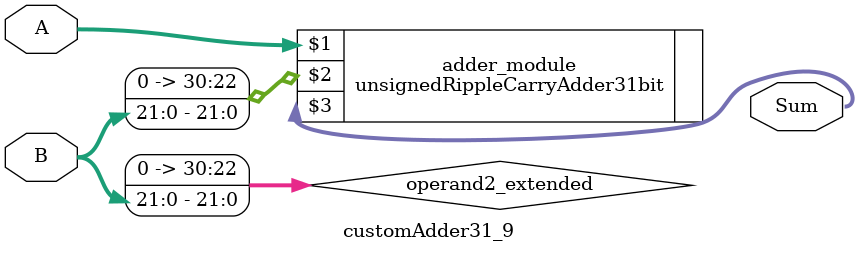
<source format=v>

module customAdder31_9(
                    input [30 : 0] A,
                    input [21 : 0] B,
                    
                    output [31 : 0] Sum
            );

    wire [30 : 0] operand2_extended;
    
    assign operand2_extended =  {9'b0, B};
    
    unsignedRippleCarryAdder31bit adder_module(
        A,
        operand2_extended,
        Sum
    );
    
endmodule
        
</source>
